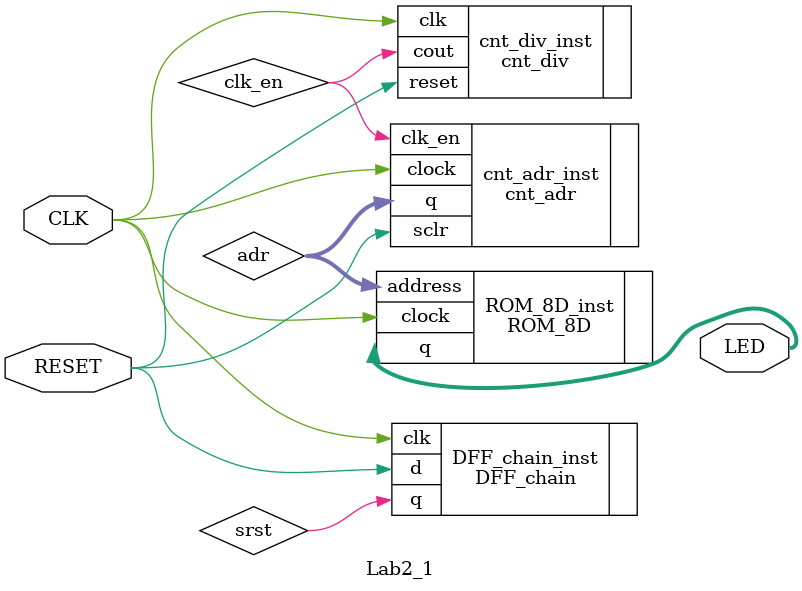
<source format=v>
module Lab2_1 
#(parameter div_by = 25)
(input 		CLK, 
 input 		RESET,
 output  	[7:0] LED  );	

wire [4:0] adr;
wire clk_en;
wire srst;

DFF_chain DFF_chain_inst (
	.clk 	(CLK				),
	.d 		(RESET				),
	.q 		(srst				)
);

cnt_div #(div_by) cnt_div_inst ( 
	.clk 	(CLK				),
	.reset 	(RESET 				),
	.cout 	(clk_en				) 
);

cnt_adr	cnt_adr_inst (
	.clock 	( CLK 				),
	.sclr 	( RESET				),
	.clk_en ( clk_en 			),
	.q 		( adr 				)
);	
				
ROM_8D	ROM_8D_inst (
	.clock 	( CLK 				),
	.address( adr				),
	.q 		( LED 				)
);

endmodule


</source>
